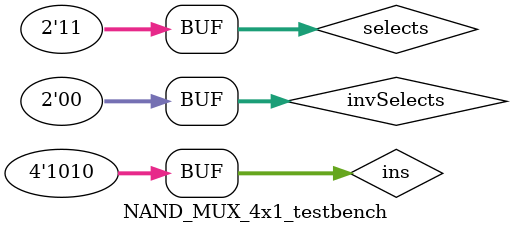
<source format=sv>

module NAND_MUX_4x1(out, select, invSelect, in);
	output out;
	input [1:0] select, invSelect;
	input [3:0] in;
	wire three, two, one, zero;
	
	nand zeroNand(zero, in[0], invSelect[1], invSelect[0]);
	nand oneNand(one, in[1], invSelect[1], select[0]);
	nand twoNand(two, in[2], select[1], invSelect[0]);
	nand threeNand(three, in[3], select[1], select[0]);

	nand sumNand(out, three, two, one, zero);
endmodule

module NAND_MUX_4x1_testbench;
	wire out;
	reg [1:0] selects;
	wire [1:0] invSelects;
	reg [3:0] ins;
	assign invSelects = ~selects;
	NAND_MUX_4x1 dut(.out, .select(selects), .invSelect(invSelects), .in(ins));
	
	initial begin
	selects[1:0] = 2'b00;
	ins[3:0] = 4'b0101;
	#200;
	selects[1:0] = 2'b01;
	#200;
	selects[1:0] = 2'b10;
	#200;
	selects[1:0] = 2'b11;
	#200;
	ins[3:0] = 4'b1010;
	#200;
	end
endmodule

</source>
